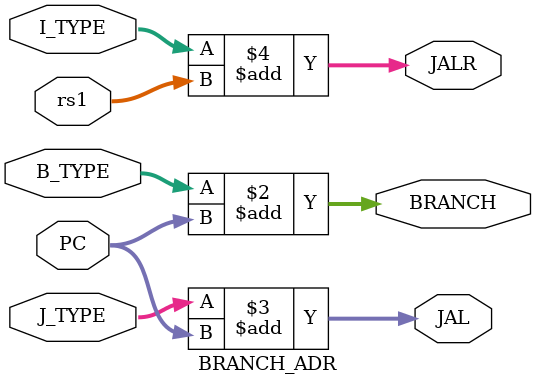
<source format=sv>
`timescale 1ns / 1ps


module BRANCH_ADR(
    input signed [31:0] J_TYPE,
    input signed [31:0] B_TYPE,
    input signed [31:0] I_TYPE,
    input [31:0] rs1,
    input [31:0] PC,
    output logic [31:0] JALR,
    output logic [31:0] JAL,
    output logic [31:0] BRANCH);
    
    always_comb begin
        BRANCH = B_TYPE + PC;
        JAL = J_TYPE + PC;
        JALR = I_TYPE + rs1;
    end
endmodule

</source>
